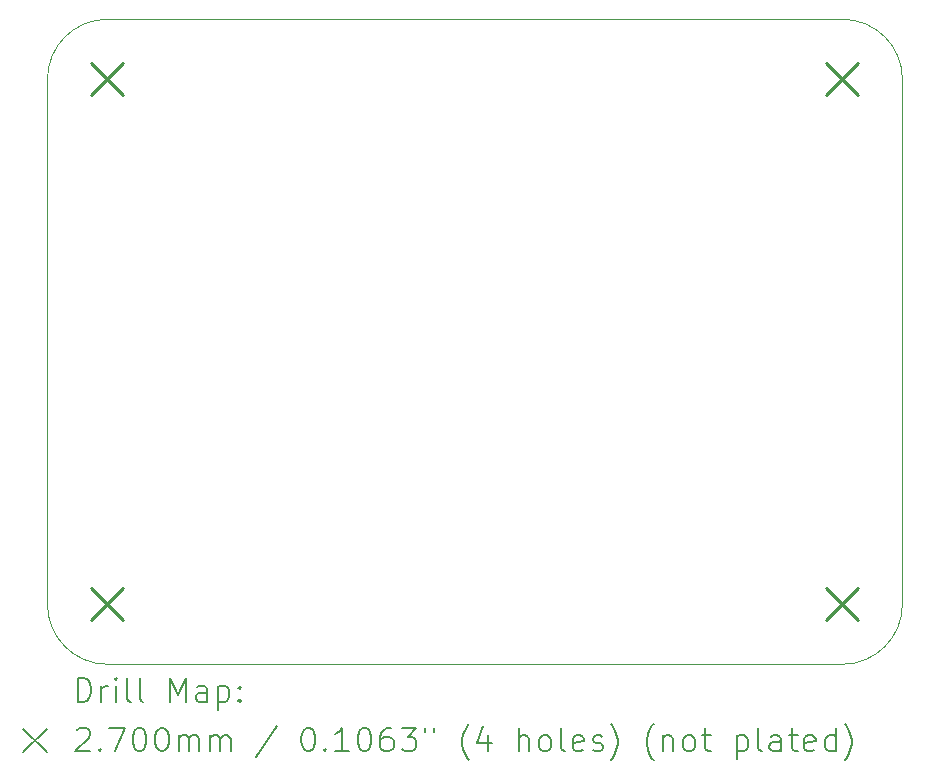
<source format=gbr>
%TF.GenerationSoftware,KiCad,Pcbnew,7.0.10*%
%TF.CreationDate,2024-02-01T12:14:40-09:00*%
%TF.ProjectId,CustomPCB,43757374-6f6d-4504-9342-2e6b69636164,rev?*%
%TF.SameCoordinates,Original*%
%TF.FileFunction,Drillmap*%
%TF.FilePolarity,Positive*%
%FSLAX45Y45*%
G04 Gerber Fmt 4.5, Leading zero omitted, Abs format (unit mm)*
G04 Created by KiCad (PCBNEW 7.0.10) date 2024-02-01 12:14:40*
%MOMM*%
%LPD*%
G01*
G04 APERTURE LIST*
%ADD10C,0.100000*%
%ADD11C,0.200000*%
%ADD12C,0.270000*%
G04 APERTURE END LIST*
D10*
X17399000Y-12340000D02*
G75*
G03*
X17907000Y-11832000I0J508000D01*
G01*
X17907000Y-7387000D02*
G75*
G03*
X17399000Y-6879000I-508000J0D01*
G01*
X17907000Y-11832000D02*
X17907000Y-7387000D01*
X11176000Y-6879000D02*
G75*
G03*
X10668000Y-7387000I0J-508000D01*
G01*
X10668000Y-11832000D02*
G75*
G03*
X11176000Y-12340000I508000J0D01*
G01*
X11176000Y-12340000D02*
X17399000Y-12340000D01*
X10668000Y-7387000D02*
X10668000Y-11832000D01*
X17399000Y-6879000D02*
X11176000Y-6879000D01*
D11*
D12*
X11041000Y-7252000D02*
X11311000Y-7522000D01*
X11311000Y-7252000D02*
X11041000Y-7522000D01*
X11041000Y-11697000D02*
X11311000Y-11967000D01*
X11311000Y-11697000D02*
X11041000Y-11967000D01*
X17264000Y-7252000D02*
X17534000Y-7522000D01*
X17534000Y-7252000D02*
X17264000Y-7522000D01*
X17264000Y-11697000D02*
X17534000Y-11967000D01*
X17534000Y-11697000D02*
X17264000Y-11967000D01*
D11*
X10923777Y-12656484D02*
X10923777Y-12456484D01*
X10923777Y-12456484D02*
X10971396Y-12456484D01*
X10971396Y-12456484D02*
X10999967Y-12466008D01*
X10999967Y-12466008D02*
X11019015Y-12485055D01*
X11019015Y-12485055D02*
X11028539Y-12504103D01*
X11028539Y-12504103D02*
X11038063Y-12542198D01*
X11038063Y-12542198D02*
X11038063Y-12570769D01*
X11038063Y-12570769D02*
X11028539Y-12608865D01*
X11028539Y-12608865D02*
X11019015Y-12627912D01*
X11019015Y-12627912D02*
X10999967Y-12646960D01*
X10999967Y-12646960D02*
X10971396Y-12656484D01*
X10971396Y-12656484D02*
X10923777Y-12656484D01*
X11123777Y-12656484D02*
X11123777Y-12523150D01*
X11123777Y-12561246D02*
X11133301Y-12542198D01*
X11133301Y-12542198D02*
X11142824Y-12532674D01*
X11142824Y-12532674D02*
X11161872Y-12523150D01*
X11161872Y-12523150D02*
X11180920Y-12523150D01*
X11247586Y-12656484D02*
X11247586Y-12523150D01*
X11247586Y-12456484D02*
X11238062Y-12466008D01*
X11238062Y-12466008D02*
X11247586Y-12475531D01*
X11247586Y-12475531D02*
X11257110Y-12466008D01*
X11257110Y-12466008D02*
X11247586Y-12456484D01*
X11247586Y-12456484D02*
X11247586Y-12475531D01*
X11371396Y-12656484D02*
X11352348Y-12646960D01*
X11352348Y-12646960D02*
X11342824Y-12627912D01*
X11342824Y-12627912D02*
X11342824Y-12456484D01*
X11476158Y-12656484D02*
X11457110Y-12646960D01*
X11457110Y-12646960D02*
X11447586Y-12627912D01*
X11447586Y-12627912D02*
X11447586Y-12456484D01*
X11704729Y-12656484D02*
X11704729Y-12456484D01*
X11704729Y-12456484D02*
X11771396Y-12599341D01*
X11771396Y-12599341D02*
X11838062Y-12456484D01*
X11838062Y-12456484D02*
X11838062Y-12656484D01*
X12019015Y-12656484D02*
X12019015Y-12551722D01*
X12019015Y-12551722D02*
X12009491Y-12532674D01*
X12009491Y-12532674D02*
X11990443Y-12523150D01*
X11990443Y-12523150D02*
X11952348Y-12523150D01*
X11952348Y-12523150D02*
X11933301Y-12532674D01*
X12019015Y-12646960D02*
X11999967Y-12656484D01*
X11999967Y-12656484D02*
X11952348Y-12656484D01*
X11952348Y-12656484D02*
X11933301Y-12646960D01*
X11933301Y-12646960D02*
X11923777Y-12627912D01*
X11923777Y-12627912D02*
X11923777Y-12608865D01*
X11923777Y-12608865D02*
X11933301Y-12589817D01*
X11933301Y-12589817D02*
X11952348Y-12580293D01*
X11952348Y-12580293D02*
X11999967Y-12580293D01*
X11999967Y-12580293D02*
X12019015Y-12570769D01*
X12114253Y-12523150D02*
X12114253Y-12723150D01*
X12114253Y-12532674D02*
X12133301Y-12523150D01*
X12133301Y-12523150D02*
X12171396Y-12523150D01*
X12171396Y-12523150D02*
X12190443Y-12532674D01*
X12190443Y-12532674D02*
X12199967Y-12542198D01*
X12199967Y-12542198D02*
X12209491Y-12561246D01*
X12209491Y-12561246D02*
X12209491Y-12618388D01*
X12209491Y-12618388D02*
X12199967Y-12637436D01*
X12199967Y-12637436D02*
X12190443Y-12646960D01*
X12190443Y-12646960D02*
X12171396Y-12656484D01*
X12171396Y-12656484D02*
X12133301Y-12656484D01*
X12133301Y-12656484D02*
X12114253Y-12646960D01*
X12295205Y-12637436D02*
X12304729Y-12646960D01*
X12304729Y-12646960D02*
X12295205Y-12656484D01*
X12295205Y-12656484D02*
X12285682Y-12646960D01*
X12285682Y-12646960D02*
X12295205Y-12637436D01*
X12295205Y-12637436D02*
X12295205Y-12656484D01*
X12295205Y-12532674D02*
X12304729Y-12542198D01*
X12304729Y-12542198D02*
X12295205Y-12551722D01*
X12295205Y-12551722D02*
X12285682Y-12542198D01*
X12285682Y-12542198D02*
X12295205Y-12532674D01*
X12295205Y-12532674D02*
X12295205Y-12551722D01*
X10463000Y-12885000D02*
X10663000Y-13085000D01*
X10663000Y-12885000D02*
X10463000Y-13085000D01*
X10914253Y-12895531D02*
X10923777Y-12886008D01*
X10923777Y-12886008D02*
X10942824Y-12876484D01*
X10942824Y-12876484D02*
X10990444Y-12876484D01*
X10990444Y-12876484D02*
X11009491Y-12886008D01*
X11009491Y-12886008D02*
X11019015Y-12895531D01*
X11019015Y-12895531D02*
X11028539Y-12914579D01*
X11028539Y-12914579D02*
X11028539Y-12933627D01*
X11028539Y-12933627D02*
X11019015Y-12962198D01*
X11019015Y-12962198D02*
X10904729Y-13076484D01*
X10904729Y-13076484D02*
X11028539Y-13076484D01*
X11114253Y-13057436D02*
X11123777Y-13066960D01*
X11123777Y-13066960D02*
X11114253Y-13076484D01*
X11114253Y-13076484D02*
X11104729Y-13066960D01*
X11104729Y-13066960D02*
X11114253Y-13057436D01*
X11114253Y-13057436D02*
X11114253Y-13076484D01*
X11190443Y-12876484D02*
X11323777Y-12876484D01*
X11323777Y-12876484D02*
X11238062Y-13076484D01*
X11438062Y-12876484D02*
X11457110Y-12876484D01*
X11457110Y-12876484D02*
X11476158Y-12886008D01*
X11476158Y-12886008D02*
X11485682Y-12895531D01*
X11485682Y-12895531D02*
X11495205Y-12914579D01*
X11495205Y-12914579D02*
X11504729Y-12952674D01*
X11504729Y-12952674D02*
X11504729Y-13000293D01*
X11504729Y-13000293D02*
X11495205Y-13038388D01*
X11495205Y-13038388D02*
X11485682Y-13057436D01*
X11485682Y-13057436D02*
X11476158Y-13066960D01*
X11476158Y-13066960D02*
X11457110Y-13076484D01*
X11457110Y-13076484D02*
X11438062Y-13076484D01*
X11438062Y-13076484D02*
X11419015Y-13066960D01*
X11419015Y-13066960D02*
X11409491Y-13057436D01*
X11409491Y-13057436D02*
X11399967Y-13038388D01*
X11399967Y-13038388D02*
X11390443Y-13000293D01*
X11390443Y-13000293D02*
X11390443Y-12952674D01*
X11390443Y-12952674D02*
X11399967Y-12914579D01*
X11399967Y-12914579D02*
X11409491Y-12895531D01*
X11409491Y-12895531D02*
X11419015Y-12886008D01*
X11419015Y-12886008D02*
X11438062Y-12876484D01*
X11628539Y-12876484D02*
X11647586Y-12876484D01*
X11647586Y-12876484D02*
X11666634Y-12886008D01*
X11666634Y-12886008D02*
X11676158Y-12895531D01*
X11676158Y-12895531D02*
X11685682Y-12914579D01*
X11685682Y-12914579D02*
X11695205Y-12952674D01*
X11695205Y-12952674D02*
X11695205Y-13000293D01*
X11695205Y-13000293D02*
X11685682Y-13038388D01*
X11685682Y-13038388D02*
X11676158Y-13057436D01*
X11676158Y-13057436D02*
X11666634Y-13066960D01*
X11666634Y-13066960D02*
X11647586Y-13076484D01*
X11647586Y-13076484D02*
X11628539Y-13076484D01*
X11628539Y-13076484D02*
X11609491Y-13066960D01*
X11609491Y-13066960D02*
X11599967Y-13057436D01*
X11599967Y-13057436D02*
X11590443Y-13038388D01*
X11590443Y-13038388D02*
X11580920Y-13000293D01*
X11580920Y-13000293D02*
X11580920Y-12952674D01*
X11580920Y-12952674D02*
X11590443Y-12914579D01*
X11590443Y-12914579D02*
X11599967Y-12895531D01*
X11599967Y-12895531D02*
X11609491Y-12886008D01*
X11609491Y-12886008D02*
X11628539Y-12876484D01*
X11780920Y-13076484D02*
X11780920Y-12943150D01*
X11780920Y-12962198D02*
X11790443Y-12952674D01*
X11790443Y-12952674D02*
X11809491Y-12943150D01*
X11809491Y-12943150D02*
X11838063Y-12943150D01*
X11838063Y-12943150D02*
X11857110Y-12952674D01*
X11857110Y-12952674D02*
X11866634Y-12971722D01*
X11866634Y-12971722D02*
X11866634Y-13076484D01*
X11866634Y-12971722D02*
X11876158Y-12952674D01*
X11876158Y-12952674D02*
X11895205Y-12943150D01*
X11895205Y-12943150D02*
X11923777Y-12943150D01*
X11923777Y-12943150D02*
X11942824Y-12952674D01*
X11942824Y-12952674D02*
X11952348Y-12971722D01*
X11952348Y-12971722D02*
X11952348Y-13076484D01*
X12047586Y-13076484D02*
X12047586Y-12943150D01*
X12047586Y-12962198D02*
X12057110Y-12952674D01*
X12057110Y-12952674D02*
X12076158Y-12943150D01*
X12076158Y-12943150D02*
X12104729Y-12943150D01*
X12104729Y-12943150D02*
X12123777Y-12952674D01*
X12123777Y-12952674D02*
X12133301Y-12971722D01*
X12133301Y-12971722D02*
X12133301Y-13076484D01*
X12133301Y-12971722D02*
X12142824Y-12952674D01*
X12142824Y-12952674D02*
X12161872Y-12943150D01*
X12161872Y-12943150D02*
X12190443Y-12943150D01*
X12190443Y-12943150D02*
X12209491Y-12952674D01*
X12209491Y-12952674D02*
X12219015Y-12971722D01*
X12219015Y-12971722D02*
X12219015Y-13076484D01*
X12609491Y-12866960D02*
X12438063Y-13124103D01*
X12866634Y-12876484D02*
X12885682Y-12876484D01*
X12885682Y-12876484D02*
X12904729Y-12886008D01*
X12904729Y-12886008D02*
X12914253Y-12895531D01*
X12914253Y-12895531D02*
X12923777Y-12914579D01*
X12923777Y-12914579D02*
X12933301Y-12952674D01*
X12933301Y-12952674D02*
X12933301Y-13000293D01*
X12933301Y-13000293D02*
X12923777Y-13038388D01*
X12923777Y-13038388D02*
X12914253Y-13057436D01*
X12914253Y-13057436D02*
X12904729Y-13066960D01*
X12904729Y-13066960D02*
X12885682Y-13076484D01*
X12885682Y-13076484D02*
X12866634Y-13076484D01*
X12866634Y-13076484D02*
X12847586Y-13066960D01*
X12847586Y-13066960D02*
X12838063Y-13057436D01*
X12838063Y-13057436D02*
X12828539Y-13038388D01*
X12828539Y-13038388D02*
X12819015Y-13000293D01*
X12819015Y-13000293D02*
X12819015Y-12952674D01*
X12819015Y-12952674D02*
X12828539Y-12914579D01*
X12828539Y-12914579D02*
X12838063Y-12895531D01*
X12838063Y-12895531D02*
X12847586Y-12886008D01*
X12847586Y-12886008D02*
X12866634Y-12876484D01*
X13019015Y-13057436D02*
X13028539Y-13066960D01*
X13028539Y-13066960D02*
X13019015Y-13076484D01*
X13019015Y-13076484D02*
X13009491Y-13066960D01*
X13009491Y-13066960D02*
X13019015Y-13057436D01*
X13019015Y-13057436D02*
X13019015Y-13076484D01*
X13219015Y-13076484D02*
X13104729Y-13076484D01*
X13161872Y-13076484D02*
X13161872Y-12876484D01*
X13161872Y-12876484D02*
X13142825Y-12905055D01*
X13142825Y-12905055D02*
X13123777Y-12924103D01*
X13123777Y-12924103D02*
X13104729Y-12933627D01*
X13342825Y-12876484D02*
X13361872Y-12876484D01*
X13361872Y-12876484D02*
X13380920Y-12886008D01*
X13380920Y-12886008D02*
X13390444Y-12895531D01*
X13390444Y-12895531D02*
X13399967Y-12914579D01*
X13399967Y-12914579D02*
X13409491Y-12952674D01*
X13409491Y-12952674D02*
X13409491Y-13000293D01*
X13409491Y-13000293D02*
X13399967Y-13038388D01*
X13399967Y-13038388D02*
X13390444Y-13057436D01*
X13390444Y-13057436D02*
X13380920Y-13066960D01*
X13380920Y-13066960D02*
X13361872Y-13076484D01*
X13361872Y-13076484D02*
X13342825Y-13076484D01*
X13342825Y-13076484D02*
X13323777Y-13066960D01*
X13323777Y-13066960D02*
X13314253Y-13057436D01*
X13314253Y-13057436D02*
X13304729Y-13038388D01*
X13304729Y-13038388D02*
X13295206Y-13000293D01*
X13295206Y-13000293D02*
X13295206Y-12952674D01*
X13295206Y-12952674D02*
X13304729Y-12914579D01*
X13304729Y-12914579D02*
X13314253Y-12895531D01*
X13314253Y-12895531D02*
X13323777Y-12886008D01*
X13323777Y-12886008D02*
X13342825Y-12876484D01*
X13580920Y-12876484D02*
X13542825Y-12876484D01*
X13542825Y-12876484D02*
X13523777Y-12886008D01*
X13523777Y-12886008D02*
X13514253Y-12895531D01*
X13514253Y-12895531D02*
X13495206Y-12924103D01*
X13495206Y-12924103D02*
X13485682Y-12962198D01*
X13485682Y-12962198D02*
X13485682Y-13038388D01*
X13485682Y-13038388D02*
X13495206Y-13057436D01*
X13495206Y-13057436D02*
X13504729Y-13066960D01*
X13504729Y-13066960D02*
X13523777Y-13076484D01*
X13523777Y-13076484D02*
X13561872Y-13076484D01*
X13561872Y-13076484D02*
X13580920Y-13066960D01*
X13580920Y-13066960D02*
X13590444Y-13057436D01*
X13590444Y-13057436D02*
X13599967Y-13038388D01*
X13599967Y-13038388D02*
X13599967Y-12990769D01*
X13599967Y-12990769D02*
X13590444Y-12971722D01*
X13590444Y-12971722D02*
X13580920Y-12962198D01*
X13580920Y-12962198D02*
X13561872Y-12952674D01*
X13561872Y-12952674D02*
X13523777Y-12952674D01*
X13523777Y-12952674D02*
X13504729Y-12962198D01*
X13504729Y-12962198D02*
X13495206Y-12971722D01*
X13495206Y-12971722D02*
X13485682Y-12990769D01*
X13666634Y-12876484D02*
X13790444Y-12876484D01*
X13790444Y-12876484D02*
X13723777Y-12952674D01*
X13723777Y-12952674D02*
X13752348Y-12952674D01*
X13752348Y-12952674D02*
X13771396Y-12962198D01*
X13771396Y-12962198D02*
X13780920Y-12971722D01*
X13780920Y-12971722D02*
X13790444Y-12990769D01*
X13790444Y-12990769D02*
X13790444Y-13038388D01*
X13790444Y-13038388D02*
X13780920Y-13057436D01*
X13780920Y-13057436D02*
X13771396Y-13066960D01*
X13771396Y-13066960D02*
X13752348Y-13076484D01*
X13752348Y-13076484D02*
X13695206Y-13076484D01*
X13695206Y-13076484D02*
X13676158Y-13066960D01*
X13676158Y-13066960D02*
X13666634Y-13057436D01*
X13866634Y-12876484D02*
X13866634Y-12914579D01*
X13942825Y-12876484D02*
X13942825Y-12914579D01*
X14238063Y-13152674D02*
X14228539Y-13143150D01*
X14228539Y-13143150D02*
X14209491Y-13114579D01*
X14209491Y-13114579D02*
X14199968Y-13095531D01*
X14199968Y-13095531D02*
X14190444Y-13066960D01*
X14190444Y-13066960D02*
X14180920Y-13019341D01*
X14180920Y-13019341D02*
X14180920Y-12981246D01*
X14180920Y-12981246D02*
X14190444Y-12933627D01*
X14190444Y-12933627D02*
X14199968Y-12905055D01*
X14199968Y-12905055D02*
X14209491Y-12886008D01*
X14209491Y-12886008D02*
X14228539Y-12857436D01*
X14228539Y-12857436D02*
X14238063Y-12847912D01*
X14399968Y-12943150D02*
X14399968Y-13076484D01*
X14352348Y-12866960D02*
X14304729Y-13009817D01*
X14304729Y-13009817D02*
X14428539Y-13009817D01*
X14657110Y-13076484D02*
X14657110Y-12876484D01*
X14742825Y-13076484D02*
X14742825Y-12971722D01*
X14742825Y-12971722D02*
X14733301Y-12952674D01*
X14733301Y-12952674D02*
X14714253Y-12943150D01*
X14714253Y-12943150D02*
X14685682Y-12943150D01*
X14685682Y-12943150D02*
X14666634Y-12952674D01*
X14666634Y-12952674D02*
X14657110Y-12962198D01*
X14866634Y-13076484D02*
X14847587Y-13066960D01*
X14847587Y-13066960D02*
X14838063Y-13057436D01*
X14838063Y-13057436D02*
X14828539Y-13038388D01*
X14828539Y-13038388D02*
X14828539Y-12981246D01*
X14828539Y-12981246D02*
X14838063Y-12962198D01*
X14838063Y-12962198D02*
X14847587Y-12952674D01*
X14847587Y-12952674D02*
X14866634Y-12943150D01*
X14866634Y-12943150D02*
X14895206Y-12943150D01*
X14895206Y-12943150D02*
X14914253Y-12952674D01*
X14914253Y-12952674D02*
X14923777Y-12962198D01*
X14923777Y-12962198D02*
X14933301Y-12981246D01*
X14933301Y-12981246D02*
X14933301Y-13038388D01*
X14933301Y-13038388D02*
X14923777Y-13057436D01*
X14923777Y-13057436D02*
X14914253Y-13066960D01*
X14914253Y-13066960D02*
X14895206Y-13076484D01*
X14895206Y-13076484D02*
X14866634Y-13076484D01*
X15047587Y-13076484D02*
X15028539Y-13066960D01*
X15028539Y-13066960D02*
X15019015Y-13047912D01*
X15019015Y-13047912D02*
X15019015Y-12876484D01*
X15199968Y-13066960D02*
X15180920Y-13076484D01*
X15180920Y-13076484D02*
X15142825Y-13076484D01*
X15142825Y-13076484D02*
X15123777Y-13066960D01*
X15123777Y-13066960D02*
X15114253Y-13047912D01*
X15114253Y-13047912D02*
X15114253Y-12971722D01*
X15114253Y-12971722D02*
X15123777Y-12952674D01*
X15123777Y-12952674D02*
X15142825Y-12943150D01*
X15142825Y-12943150D02*
X15180920Y-12943150D01*
X15180920Y-12943150D02*
X15199968Y-12952674D01*
X15199968Y-12952674D02*
X15209491Y-12971722D01*
X15209491Y-12971722D02*
X15209491Y-12990769D01*
X15209491Y-12990769D02*
X15114253Y-13009817D01*
X15285682Y-13066960D02*
X15304730Y-13076484D01*
X15304730Y-13076484D02*
X15342825Y-13076484D01*
X15342825Y-13076484D02*
X15361872Y-13066960D01*
X15361872Y-13066960D02*
X15371396Y-13047912D01*
X15371396Y-13047912D02*
X15371396Y-13038388D01*
X15371396Y-13038388D02*
X15361872Y-13019341D01*
X15361872Y-13019341D02*
X15342825Y-13009817D01*
X15342825Y-13009817D02*
X15314253Y-13009817D01*
X15314253Y-13009817D02*
X15295206Y-13000293D01*
X15295206Y-13000293D02*
X15285682Y-12981246D01*
X15285682Y-12981246D02*
X15285682Y-12971722D01*
X15285682Y-12971722D02*
X15295206Y-12952674D01*
X15295206Y-12952674D02*
X15314253Y-12943150D01*
X15314253Y-12943150D02*
X15342825Y-12943150D01*
X15342825Y-12943150D02*
X15361872Y-12952674D01*
X15438063Y-13152674D02*
X15447587Y-13143150D01*
X15447587Y-13143150D02*
X15466634Y-13114579D01*
X15466634Y-13114579D02*
X15476158Y-13095531D01*
X15476158Y-13095531D02*
X15485682Y-13066960D01*
X15485682Y-13066960D02*
X15495206Y-13019341D01*
X15495206Y-13019341D02*
X15495206Y-12981246D01*
X15495206Y-12981246D02*
X15485682Y-12933627D01*
X15485682Y-12933627D02*
X15476158Y-12905055D01*
X15476158Y-12905055D02*
X15466634Y-12886008D01*
X15466634Y-12886008D02*
X15447587Y-12857436D01*
X15447587Y-12857436D02*
X15438063Y-12847912D01*
X15799968Y-13152674D02*
X15790444Y-13143150D01*
X15790444Y-13143150D02*
X15771396Y-13114579D01*
X15771396Y-13114579D02*
X15761872Y-13095531D01*
X15761872Y-13095531D02*
X15752349Y-13066960D01*
X15752349Y-13066960D02*
X15742825Y-13019341D01*
X15742825Y-13019341D02*
X15742825Y-12981246D01*
X15742825Y-12981246D02*
X15752349Y-12933627D01*
X15752349Y-12933627D02*
X15761872Y-12905055D01*
X15761872Y-12905055D02*
X15771396Y-12886008D01*
X15771396Y-12886008D02*
X15790444Y-12857436D01*
X15790444Y-12857436D02*
X15799968Y-12847912D01*
X15876158Y-12943150D02*
X15876158Y-13076484D01*
X15876158Y-12962198D02*
X15885682Y-12952674D01*
X15885682Y-12952674D02*
X15904730Y-12943150D01*
X15904730Y-12943150D02*
X15933301Y-12943150D01*
X15933301Y-12943150D02*
X15952349Y-12952674D01*
X15952349Y-12952674D02*
X15961872Y-12971722D01*
X15961872Y-12971722D02*
X15961872Y-13076484D01*
X16085682Y-13076484D02*
X16066634Y-13066960D01*
X16066634Y-13066960D02*
X16057111Y-13057436D01*
X16057111Y-13057436D02*
X16047587Y-13038388D01*
X16047587Y-13038388D02*
X16047587Y-12981246D01*
X16047587Y-12981246D02*
X16057111Y-12962198D01*
X16057111Y-12962198D02*
X16066634Y-12952674D01*
X16066634Y-12952674D02*
X16085682Y-12943150D01*
X16085682Y-12943150D02*
X16114253Y-12943150D01*
X16114253Y-12943150D02*
X16133301Y-12952674D01*
X16133301Y-12952674D02*
X16142825Y-12962198D01*
X16142825Y-12962198D02*
X16152349Y-12981246D01*
X16152349Y-12981246D02*
X16152349Y-13038388D01*
X16152349Y-13038388D02*
X16142825Y-13057436D01*
X16142825Y-13057436D02*
X16133301Y-13066960D01*
X16133301Y-13066960D02*
X16114253Y-13076484D01*
X16114253Y-13076484D02*
X16085682Y-13076484D01*
X16209492Y-12943150D02*
X16285682Y-12943150D01*
X16238063Y-12876484D02*
X16238063Y-13047912D01*
X16238063Y-13047912D02*
X16247587Y-13066960D01*
X16247587Y-13066960D02*
X16266634Y-13076484D01*
X16266634Y-13076484D02*
X16285682Y-13076484D01*
X16504730Y-12943150D02*
X16504730Y-13143150D01*
X16504730Y-12952674D02*
X16523777Y-12943150D01*
X16523777Y-12943150D02*
X16561873Y-12943150D01*
X16561873Y-12943150D02*
X16580920Y-12952674D01*
X16580920Y-12952674D02*
X16590444Y-12962198D01*
X16590444Y-12962198D02*
X16599968Y-12981246D01*
X16599968Y-12981246D02*
X16599968Y-13038388D01*
X16599968Y-13038388D02*
X16590444Y-13057436D01*
X16590444Y-13057436D02*
X16580920Y-13066960D01*
X16580920Y-13066960D02*
X16561873Y-13076484D01*
X16561873Y-13076484D02*
X16523777Y-13076484D01*
X16523777Y-13076484D02*
X16504730Y-13066960D01*
X16714253Y-13076484D02*
X16695206Y-13066960D01*
X16695206Y-13066960D02*
X16685682Y-13047912D01*
X16685682Y-13047912D02*
X16685682Y-12876484D01*
X16876158Y-13076484D02*
X16876158Y-12971722D01*
X16876158Y-12971722D02*
X16866635Y-12952674D01*
X16866635Y-12952674D02*
X16847587Y-12943150D01*
X16847587Y-12943150D02*
X16809492Y-12943150D01*
X16809492Y-12943150D02*
X16790444Y-12952674D01*
X16876158Y-13066960D02*
X16857111Y-13076484D01*
X16857111Y-13076484D02*
X16809492Y-13076484D01*
X16809492Y-13076484D02*
X16790444Y-13066960D01*
X16790444Y-13066960D02*
X16780920Y-13047912D01*
X16780920Y-13047912D02*
X16780920Y-13028865D01*
X16780920Y-13028865D02*
X16790444Y-13009817D01*
X16790444Y-13009817D02*
X16809492Y-13000293D01*
X16809492Y-13000293D02*
X16857111Y-13000293D01*
X16857111Y-13000293D02*
X16876158Y-12990769D01*
X16942825Y-12943150D02*
X17019015Y-12943150D01*
X16971396Y-12876484D02*
X16971396Y-13047912D01*
X16971396Y-13047912D02*
X16980920Y-13066960D01*
X16980920Y-13066960D02*
X16999968Y-13076484D01*
X16999968Y-13076484D02*
X17019015Y-13076484D01*
X17161873Y-13066960D02*
X17142825Y-13076484D01*
X17142825Y-13076484D02*
X17104730Y-13076484D01*
X17104730Y-13076484D02*
X17085682Y-13066960D01*
X17085682Y-13066960D02*
X17076158Y-13047912D01*
X17076158Y-13047912D02*
X17076158Y-12971722D01*
X17076158Y-12971722D02*
X17085682Y-12952674D01*
X17085682Y-12952674D02*
X17104730Y-12943150D01*
X17104730Y-12943150D02*
X17142825Y-12943150D01*
X17142825Y-12943150D02*
X17161873Y-12952674D01*
X17161873Y-12952674D02*
X17171396Y-12971722D01*
X17171396Y-12971722D02*
X17171396Y-12990769D01*
X17171396Y-12990769D02*
X17076158Y-13009817D01*
X17342825Y-13076484D02*
X17342825Y-12876484D01*
X17342825Y-13066960D02*
X17323777Y-13076484D01*
X17323777Y-13076484D02*
X17285682Y-13076484D01*
X17285682Y-13076484D02*
X17266635Y-13066960D01*
X17266635Y-13066960D02*
X17257111Y-13057436D01*
X17257111Y-13057436D02*
X17247587Y-13038388D01*
X17247587Y-13038388D02*
X17247587Y-12981246D01*
X17247587Y-12981246D02*
X17257111Y-12962198D01*
X17257111Y-12962198D02*
X17266635Y-12952674D01*
X17266635Y-12952674D02*
X17285682Y-12943150D01*
X17285682Y-12943150D02*
X17323777Y-12943150D01*
X17323777Y-12943150D02*
X17342825Y-12952674D01*
X17419016Y-13152674D02*
X17428539Y-13143150D01*
X17428539Y-13143150D02*
X17447587Y-13114579D01*
X17447587Y-13114579D02*
X17457111Y-13095531D01*
X17457111Y-13095531D02*
X17466635Y-13066960D01*
X17466635Y-13066960D02*
X17476158Y-13019341D01*
X17476158Y-13019341D02*
X17476158Y-12981246D01*
X17476158Y-12981246D02*
X17466635Y-12933627D01*
X17466635Y-12933627D02*
X17457111Y-12905055D01*
X17457111Y-12905055D02*
X17447587Y-12886008D01*
X17447587Y-12886008D02*
X17428539Y-12857436D01*
X17428539Y-12857436D02*
X17419016Y-12847912D01*
M02*

</source>
